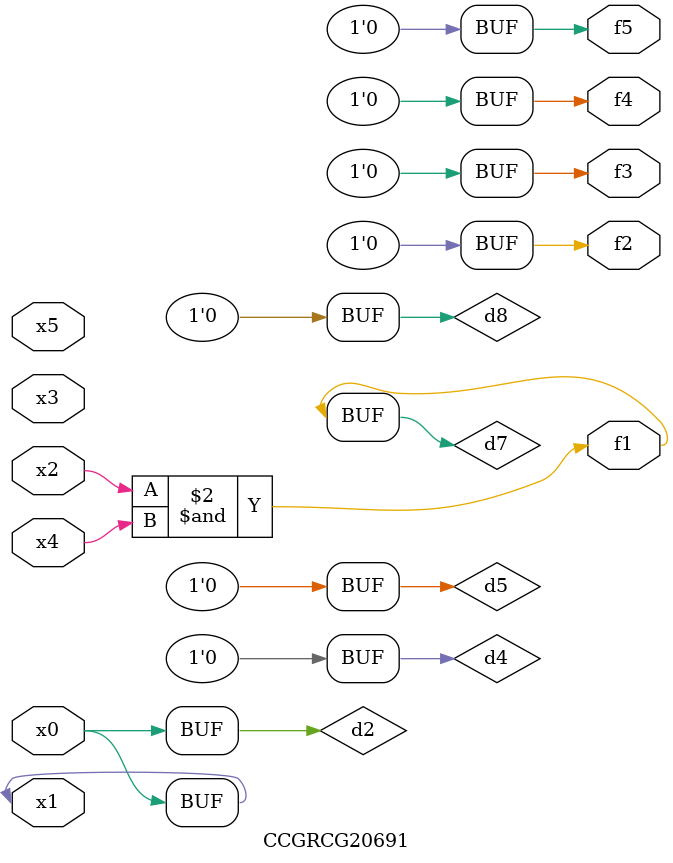
<source format=v>
module CCGRCG20691(
	input x0, x1, x2, x3, x4, x5,
	output f1, f2, f3, f4, f5
);

	wire d1, d2, d3, d4, d5, d6, d7, d8, d9;

	nand (d1, x1);
	buf (d2, x0, x1);
	nand (d3, x2, x4);
	and (d4, d1, d2);
	and (d5, d1, d2);
	nand (d6, d1, d3);
	not (d7, d3);
	xor (d8, d5);
	nor (d9, d5, d6);
	assign f1 = d7;
	assign f2 = d8;
	assign f3 = d8;
	assign f4 = d8;
	assign f5 = d8;
endmodule

</source>
